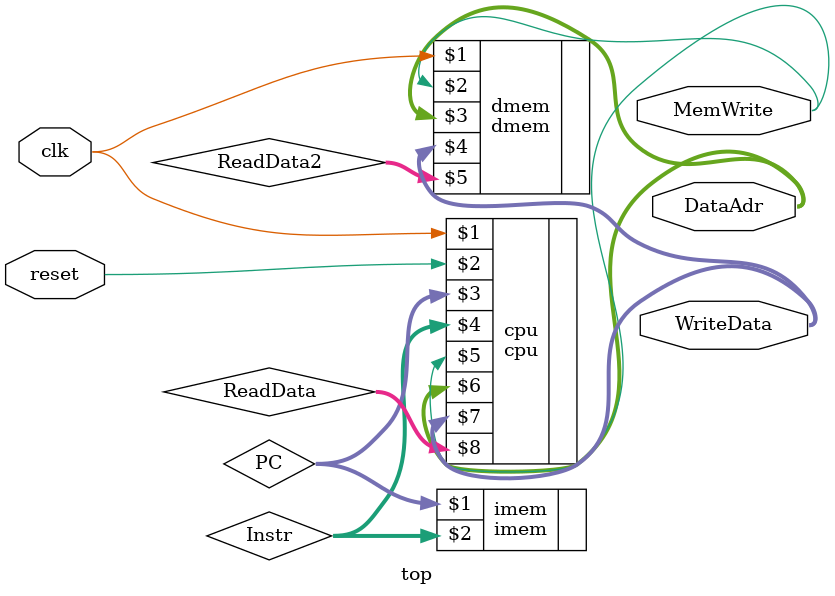
<source format=sv>
module top(input logic clk, reset,
           output logic [31:0] WriteData, DataAdr,
           output logic MemWrite
);
    
wire [31:0] PC, Instr, ReadData;
logic [31:0] ReadData2;

cpu cpu(clk, reset, PC, Instr, 
                     MemWrite, DataAdr, 
                     WriteData, ReadData);

imem imem(PC, Instr);
dmem dmem(clk, MemWrite, DataAdr, WriteData, ReadData2);

endmodule
</source>
